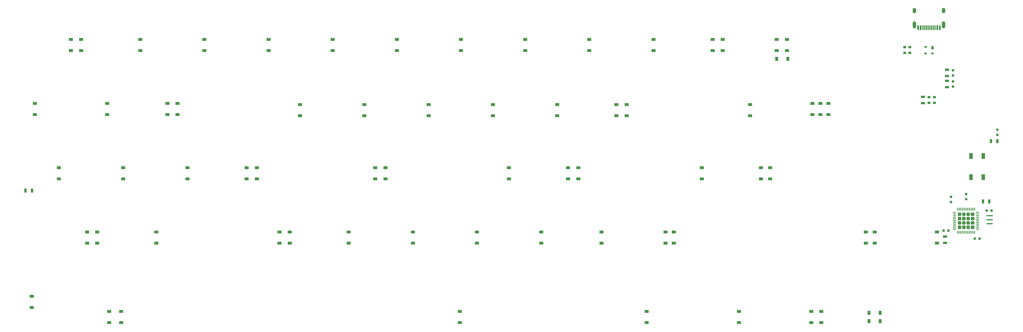
<source format=gbr>
%TF.GenerationSoftware,KiCad,Pcbnew,(5.1.11)-1*%
%TF.CreationDate,2022-11-09T22:12:29+07:00*%
%TF.ProjectId,Leopold Replacement,4c656f70-6f6c-4642-9052-65706c616365,rev?*%
%TF.SameCoordinates,Original*%
%TF.FileFunction,Paste,Bot*%
%TF.FilePolarity,Positive*%
%FSLAX46Y46*%
G04 Gerber Fmt 4.6, Leading zero omitted, Abs format (unit mm)*
G04 Created by KiCad (PCBNEW (5.1.11)-1) date 2022-11-09 22:12:29*
%MOMM*%
%LPD*%
G01*
G04 APERTURE LIST*
%ADD10R,0.600000X1.450000*%
%ADD11R,0.300000X1.450000*%
%ADD12O,1.000000X2.100000*%
%ADD13O,1.000000X1.600000*%
%ADD14R,0.950000X0.800000*%
%ADD15R,1.300000X0.700000*%
%ADD16R,1.200000X0.900000*%
%ADD17R,0.900000X1.200000*%
%ADD18R,0.700000X1.300000*%
%ADD19R,0.750000X0.800000*%
%ADD20R,1.900000X0.400000*%
%ADD21R,0.700000X0.600000*%
%ADD22R,0.700000X1.000000*%
%ADD23R,1.100000X1.800000*%
%ADD24R,0.800000X0.750000*%
G04 APERTURE END LIST*
D10*
%TO.C,USB1*%
X294975000Y-5395000D03*
X288525000Y-5395000D03*
X294200000Y-5395000D03*
X289300000Y-5395000D03*
D11*
X290000000Y-5395000D03*
X293500000Y-5395000D03*
X290500000Y-5395000D03*
X293000000Y-5395000D03*
X291000000Y-5395000D03*
X292500000Y-5395000D03*
X292000000Y-5395000D03*
X291500000Y-5395000D03*
D12*
X287430000Y-4480000D03*
X296070000Y-4480000D03*
D13*
X287430000Y-300000D03*
X296070000Y-300000D03*
%TD*%
D14*
%TO.C,R11*%
X286060000Y-12780000D03*
X286060000Y-11130000D03*
%TD*%
%TO.C,R10*%
X284560000Y-11130000D03*
X284560000Y-12780000D03*
%TD*%
%TO.C,R4*%
X291704840Y-25964220D03*
X291704840Y-27614220D03*
%TD*%
%TO.C,R3*%
X293304840Y-25964220D03*
X293304840Y-27614220D03*
%TD*%
D15*
%TO.C,R9*%
X289918892Y-27739220D03*
X289918892Y-25839220D03*
%TD*%
D16*
%TO.C,D46*%
X238720932Y-28115800D03*
X238720932Y-31415800D03*
%TD*%
%TO.C,D42*%
X202120932Y-28115800D03*
X202120932Y-31415800D03*
%TD*%
%TO.C,D38*%
X199120932Y-28115800D03*
X199120932Y-31415800D03*
%TD*%
%TO.C,D34*%
X181570932Y-28115800D03*
X181570932Y-31415800D03*
%TD*%
%TO.C,D30*%
X162520932Y-28115800D03*
X162520932Y-31415800D03*
%TD*%
%TO.C,D26*%
X143470932Y-28115800D03*
X143470932Y-31415800D03*
%TD*%
%TO.C,D22*%
X124420932Y-28115800D03*
X124420932Y-31415800D03*
%TD*%
%TO.C,D18*%
X105370932Y-28115800D03*
X105370932Y-31415800D03*
%TD*%
%TO.C,D14*%
X69056656Y-27818142D03*
X69056656Y-31118142D03*
%TD*%
%TO.C,D10*%
X66080076Y-27818142D03*
X66080076Y-31118142D03*
%TD*%
%TO.C,D6*%
X48220596Y-27818142D03*
X48220596Y-31118142D03*
%TD*%
%TO.C,D2*%
X26789220Y-27818142D03*
X26789220Y-31118142D03*
%TD*%
%TO.C,D50*%
X257176512Y-27818142D03*
X257176512Y-31118142D03*
%TD*%
%TO.C,D51*%
X244674876Y-46868254D03*
X244674876Y-50168254D03*
%TD*%
D17*
%TO.C,D61*%
X249896772Y-14585242D03*
X246596772Y-14585242D03*
%TD*%
D16*
%TO.C,D62*%
X261939040Y-27818142D03*
X261939040Y-31118142D03*
%TD*%
D18*
%TO.C,R7*%
X312002610Y-38993198D03*
X310102610Y-38993198D03*
%TD*%
D15*
%TO.C,R2*%
X297062684Y-22976692D03*
X297062684Y-21076692D03*
%TD*%
%TO.C,R1*%
X297062684Y-19702454D03*
X297062684Y-17802454D03*
%TD*%
D19*
%TO.C,C8*%
X311945584Y-35564276D03*
X311945584Y-37064276D03*
%TD*%
%TO.C,C3*%
X298848632Y-21276692D03*
X298848632Y-22776692D03*
%TD*%
%TO.C,C2*%
X298848632Y-18002454D03*
X298848632Y-19502454D03*
%TD*%
%TO.C,C6*%
X302718186Y-54614388D03*
X302718186Y-56114388D03*
%TD*%
D16*
%TO.C,D3*%
X33934244Y-46868254D03*
X33934244Y-50168254D03*
%TD*%
%TO.C,D7*%
X52984244Y-46868254D03*
X52984244Y-50168254D03*
%TD*%
%TO.C,D43*%
X224434244Y-46868254D03*
X224434244Y-50168254D03*
%TD*%
%TO.C,D31*%
X167284244Y-46868254D03*
X167284244Y-50168254D03*
%TD*%
%TO.C,D27*%
X130684244Y-46868254D03*
X130684244Y-50168254D03*
%TD*%
%TO.C,D11*%
X72034244Y-46868254D03*
X72034244Y-50168254D03*
%TD*%
%TO.C,D23*%
X127684244Y-46868254D03*
X127684244Y-50168254D03*
%TD*%
%TO.C,D35*%
X184834244Y-46868254D03*
X184834244Y-50168254D03*
%TD*%
%TO.C,D15*%
X89584244Y-46868254D03*
X89584244Y-50168254D03*
%TD*%
%TO.C,D39*%
X187834244Y-46868254D03*
X187834244Y-50168254D03*
%TD*%
%TO.C,D47*%
X241995954Y-46868254D03*
X241995954Y-50168254D03*
%TD*%
%TO.C,D19*%
X92584244Y-46868254D03*
X92584244Y-50168254D03*
%TD*%
D20*
%TO.C,Y1*%
X309718186Y-61057760D03*
X309718186Y-62257760D03*
X309718186Y-63457760D03*
%TD*%
D16*
%TO.C,D44*%
X213717367Y-65885000D03*
X213717367Y-69185000D03*
%TD*%
%TO.C,D40*%
X194707367Y-65885000D03*
X194707367Y-69185000D03*
%TD*%
D21*
%TO.C,U1*%
X290750000Y-12950000D03*
X292750000Y-12950000D03*
X290750000Y-11050000D03*
D22*
X292750000Y-11250000D03*
%TD*%
D16*
%TO.C,D70*%
X152698554Y-89433348D03*
X152698554Y-92733348D03*
%TD*%
%TO.C,D69*%
X256878854Y-89433348D03*
X256878854Y-92733348D03*
%TD*%
%TO.C,D68*%
X235447478Y-89433348D03*
X235447478Y-92733348D03*
%TD*%
%TO.C,D67*%
X208062942Y-89433348D03*
X208062942Y-92733348D03*
%TD*%
D17*
%TO.C,D66*%
X277281308Y-92273980D03*
X273981308Y-92273980D03*
%TD*%
%TO.C,D65*%
X277281308Y-89892716D03*
X273981308Y-89892716D03*
%TD*%
D16*
%TO.C,D64*%
X259855434Y-89433348D03*
X259855434Y-92733348D03*
%TD*%
%TO.C,D63*%
X52387808Y-89433348D03*
X52387808Y-92733348D03*
%TD*%
%TO.C,D60*%
X48815912Y-89433348D03*
X48815912Y-92733348D03*
%TD*%
%TO.C,D59*%
X25844500Y-84968478D03*
X25844500Y-88268478D03*
%TD*%
D23*
%TO.C,SW1*%
X304150000Y-49600000D03*
X307850000Y-43400000D03*
X307850000Y-49600000D03*
X304150000Y-43400000D03*
%TD*%
D16*
%TO.C,D24*%
X119812500Y-65885000D03*
X119812500Y-69185000D03*
%TD*%
%TO.C,D20*%
X99302500Y-65885000D03*
X99302500Y-69185000D03*
%TD*%
%TO.C,D28*%
X138822500Y-65885000D03*
X138822500Y-69185000D03*
%TD*%
%TO.C,D12*%
X62782500Y-65885000D03*
X62782500Y-69185000D03*
%TD*%
%TO.C,D16*%
X102302500Y-65885000D03*
X102302500Y-69185000D03*
%TD*%
%TO.C,D4*%
X45272500Y-65885000D03*
X45272500Y-69185000D03*
%TD*%
%TO.C,D8*%
X42272500Y-65885000D03*
X42272500Y-69185000D03*
%TD*%
%TO.C,D36*%
X176842500Y-65885000D03*
X176842500Y-69185000D03*
%TD*%
%TO.C,D32*%
X157832500Y-65885000D03*
X157832500Y-69185000D03*
%TD*%
%TO.C,D58*%
X273018750Y-69185000D03*
X273018750Y-65885000D03*
%TD*%
%TO.C,D52*%
X275629919Y-65885000D03*
X275629919Y-69185000D03*
%TD*%
%TO.C,D48*%
X216098619Y-65885000D03*
X216098619Y-69185000D03*
%TD*%
%TO.C,D56*%
X294084622Y-69185000D03*
X294084622Y-65885000D03*
%TD*%
%TO.C,D54*%
X259557776Y-27818142D03*
X259557776Y-31118142D03*
%TD*%
D18*
%TO.C,R8*%
X24053272Y-53578440D03*
X25953272Y-53578440D03*
%TD*%
%TO.C,U2*%
G36*
G01*
X300155686Y-58682760D02*
X300280686Y-58682760D01*
G75*
G02*
X300343186Y-58745260I0J-62500D01*
G01*
X300343186Y-59495260D01*
G75*
G02*
X300280686Y-59557760I-62500J0D01*
G01*
X300155686Y-59557760D01*
G75*
G02*
X300093186Y-59495260I0J62500D01*
G01*
X300093186Y-58745260D01*
G75*
G02*
X300155686Y-58682760I62500J0D01*
G01*
G37*
G36*
G01*
X300655686Y-58682760D02*
X300780686Y-58682760D01*
G75*
G02*
X300843186Y-58745260I0J-62500D01*
G01*
X300843186Y-59495260D01*
G75*
G02*
X300780686Y-59557760I-62500J0D01*
G01*
X300655686Y-59557760D01*
G75*
G02*
X300593186Y-59495260I0J62500D01*
G01*
X300593186Y-58745260D01*
G75*
G02*
X300655686Y-58682760I62500J0D01*
G01*
G37*
G36*
G01*
X301155686Y-58682760D02*
X301280686Y-58682760D01*
G75*
G02*
X301343186Y-58745260I0J-62500D01*
G01*
X301343186Y-59495260D01*
G75*
G02*
X301280686Y-59557760I-62500J0D01*
G01*
X301155686Y-59557760D01*
G75*
G02*
X301093186Y-59495260I0J62500D01*
G01*
X301093186Y-58745260D01*
G75*
G02*
X301155686Y-58682760I62500J0D01*
G01*
G37*
G36*
G01*
X301655686Y-58682760D02*
X301780686Y-58682760D01*
G75*
G02*
X301843186Y-58745260I0J-62500D01*
G01*
X301843186Y-59495260D01*
G75*
G02*
X301780686Y-59557760I-62500J0D01*
G01*
X301655686Y-59557760D01*
G75*
G02*
X301593186Y-59495260I0J62500D01*
G01*
X301593186Y-58745260D01*
G75*
G02*
X301655686Y-58682760I62500J0D01*
G01*
G37*
G36*
G01*
X302155686Y-58682760D02*
X302280686Y-58682760D01*
G75*
G02*
X302343186Y-58745260I0J-62500D01*
G01*
X302343186Y-59495260D01*
G75*
G02*
X302280686Y-59557760I-62500J0D01*
G01*
X302155686Y-59557760D01*
G75*
G02*
X302093186Y-59495260I0J62500D01*
G01*
X302093186Y-58745260D01*
G75*
G02*
X302155686Y-58682760I62500J0D01*
G01*
G37*
G36*
G01*
X302655686Y-58682760D02*
X302780686Y-58682760D01*
G75*
G02*
X302843186Y-58745260I0J-62500D01*
G01*
X302843186Y-59495260D01*
G75*
G02*
X302780686Y-59557760I-62500J0D01*
G01*
X302655686Y-59557760D01*
G75*
G02*
X302593186Y-59495260I0J62500D01*
G01*
X302593186Y-58745260D01*
G75*
G02*
X302655686Y-58682760I62500J0D01*
G01*
G37*
G36*
G01*
X303155686Y-58682760D02*
X303280686Y-58682760D01*
G75*
G02*
X303343186Y-58745260I0J-62500D01*
G01*
X303343186Y-59495260D01*
G75*
G02*
X303280686Y-59557760I-62500J0D01*
G01*
X303155686Y-59557760D01*
G75*
G02*
X303093186Y-59495260I0J62500D01*
G01*
X303093186Y-58745260D01*
G75*
G02*
X303155686Y-58682760I62500J0D01*
G01*
G37*
G36*
G01*
X303655686Y-58682760D02*
X303780686Y-58682760D01*
G75*
G02*
X303843186Y-58745260I0J-62500D01*
G01*
X303843186Y-59495260D01*
G75*
G02*
X303780686Y-59557760I-62500J0D01*
G01*
X303655686Y-59557760D01*
G75*
G02*
X303593186Y-59495260I0J62500D01*
G01*
X303593186Y-58745260D01*
G75*
G02*
X303655686Y-58682760I62500J0D01*
G01*
G37*
G36*
G01*
X304155686Y-58682760D02*
X304280686Y-58682760D01*
G75*
G02*
X304343186Y-58745260I0J-62500D01*
G01*
X304343186Y-59495260D01*
G75*
G02*
X304280686Y-59557760I-62500J0D01*
G01*
X304155686Y-59557760D01*
G75*
G02*
X304093186Y-59495260I0J62500D01*
G01*
X304093186Y-58745260D01*
G75*
G02*
X304155686Y-58682760I62500J0D01*
G01*
G37*
G36*
G01*
X304655686Y-58682760D02*
X304780686Y-58682760D01*
G75*
G02*
X304843186Y-58745260I0J-62500D01*
G01*
X304843186Y-59495260D01*
G75*
G02*
X304780686Y-59557760I-62500J0D01*
G01*
X304655686Y-59557760D01*
G75*
G02*
X304593186Y-59495260I0J62500D01*
G01*
X304593186Y-58745260D01*
G75*
G02*
X304655686Y-58682760I62500J0D01*
G01*
G37*
G36*
G01*
X305155686Y-58682760D02*
X305280686Y-58682760D01*
G75*
G02*
X305343186Y-58745260I0J-62500D01*
G01*
X305343186Y-59495260D01*
G75*
G02*
X305280686Y-59557760I-62500J0D01*
G01*
X305155686Y-59557760D01*
G75*
G02*
X305093186Y-59495260I0J62500D01*
G01*
X305093186Y-58745260D01*
G75*
G02*
X305155686Y-58682760I62500J0D01*
G01*
G37*
G36*
G01*
X305780686Y-59932760D02*
X306530686Y-59932760D01*
G75*
G02*
X306593186Y-59995260I0J-62500D01*
G01*
X306593186Y-60120260D01*
G75*
G02*
X306530686Y-60182760I-62500J0D01*
G01*
X305780686Y-60182760D01*
G75*
G02*
X305718186Y-60120260I0J62500D01*
G01*
X305718186Y-59995260D01*
G75*
G02*
X305780686Y-59932760I62500J0D01*
G01*
G37*
G36*
G01*
X305780686Y-60432760D02*
X306530686Y-60432760D01*
G75*
G02*
X306593186Y-60495260I0J-62500D01*
G01*
X306593186Y-60620260D01*
G75*
G02*
X306530686Y-60682760I-62500J0D01*
G01*
X305780686Y-60682760D01*
G75*
G02*
X305718186Y-60620260I0J62500D01*
G01*
X305718186Y-60495260D01*
G75*
G02*
X305780686Y-60432760I62500J0D01*
G01*
G37*
G36*
G01*
X305780686Y-60932760D02*
X306530686Y-60932760D01*
G75*
G02*
X306593186Y-60995260I0J-62500D01*
G01*
X306593186Y-61120260D01*
G75*
G02*
X306530686Y-61182760I-62500J0D01*
G01*
X305780686Y-61182760D01*
G75*
G02*
X305718186Y-61120260I0J62500D01*
G01*
X305718186Y-60995260D01*
G75*
G02*
X305780686Y-60932760I62500J0D01*
G01*
G37*
G36*
G01*
X305780686Y-61432760D02*
X306530686Y-61432760D01*
G75*
G02*
X306593186Y-61495260I0J-62500D01*
G01*
X306593186Y-61620260D01*
G75*
G02*
X306530686Y-61682760I-62500J0D01*
G01*
X305780686Y-61682760D01*
G75*
G02*
X305718186Y-61620260I0J62500D01*
G01*
X305718186Y-61495260D01*
G75*
G02*
X305780686Y-61432760I62500J0D01*
G01*
G37*
G36*
G01*
X305780686Y-61932760D02*
X306530686Y-61932760D01*
G75*
G02*
X306593186Y-61995260I0J-62500D01*
G01*
X306593186Y-62120260D01*
G75*
G02*
X306530686Y-62182760I-62500J0D01*
G01*
X305780686Y-62182760D01*
G75*
G02*
X305718186Y-62120260I0J62500D01*
G01*
X305718186Y-61995260D01*
G75*
G02*
X305780686Y-61932760I62500J0D01*
G01*
G37*
G36*
G01*
X305780686Y-62432760D02*
X306530686Y-62432760D01*
G75*
G02*
X306593186Y-62495260I0J-62500D01*
G01*
X306593186Y-62620260D01*
G75*
G02*
X306530686Y-62682760I-62500J0D01*
G01*
X305780686Y-62682760D01*
G75*
G02*
X305718186Y-62620260I0J62500D01*
G01*
X305718186Y-62495260D01*
G75*
G02*
X305780686Y-62432760I62500J0D01*
G01*
G37*
G36*
G01*
X305780686Y-62932760D02*
X306530686Y-62932760D01*
G75*
G02*
X306593186Y-62995260I0J-62500D01*
G01*
X306593186Y-63120260D01*
G75*
G02*
X306530686Y-63182760I-62500J0D01*
G01*
X305780686Y-63182760D01*
G75*
G02*
X305718186Y-63120260I0J62500D01*
G01*
X305718186Y-62995260D01*
G75*
G02*
X305780686Y-62932760I62500J0D01*
G01*
G37*
G36*
G01*
X305780686Y-63432760D02*
X306530686Y-63432760D01*
G75*
G02*
X306593186Y-63495260I0J-62500D01*
G01*
X306593186Y-63620260D01*
G75*
G02*
X306530686Y-63682760I-62500J0D01*
G01*
X305780686Y-63682760D01*
G75*
G02*
X305718186Y-63620260I0J62500D01*
G01*
X305718186Y-63495260D01*
G75*
G02*
X305780686Y-63432760I62500J0D01*
G01*
G37*
G36*
G01*
X305780686Y-63932760D02*
X306530686Y-63932760D01*
G75*
G02*
X306593186Y-63995260I0J-62500D01*
G01*
X306593186Y-64120260D01*
G75*
G02*
X306530686Y-64182760I-62500J0D01*
G01*
X305780686Y-64182760D01*
G75*
G02*
X305718186Y-64120260I0J62500D01*
G01*
X305718186Y-63995260D01*
G75*
G02*
X305780686Y-63932760I62500J0D01*
G01*
G37*
G36*
G01*
X305780686Y-64432760D02*
X306530686Y-64432760D01*
G75*
G02*
X306593186Y-64495260I0J-62500D01*
G01*
X306593186Y-64620260D01*
G75*
G02*
X306530686Y-64682760I-62500J0D01*
G01*
X305780686Y-64682760D01*
G75*
G02*
X305718186Y-64620260I0J62500D01*
G01*
X305718186Y-64495260D01*
G75*
G02*
X305780686Y-64432760I62500J0D01*
G01*
G37*
G36*
G01*
X305780686Y-64932760D02*
X306530686Y-64932760D01*
G75*
G02*
X306593186Y-64995260I0J-62500D01*
G01*
X306593186Y-65120260D01*
G75*
G02*
X306530686Y-65182760I-62500J0D01*
G01*
X305780686Y-65182760D01*
G75*
G02*
X305718186Y-65120260I0J62500D01*
G01*
X305718186Y-64995260D01*
G75*
G02*
X305780686Y-64932760I62500J0D01*
G01*
G37*
G36*
G01*
X305155686Y-65557760D02*
X305280686Y-65557760D01*
G75*
G02*
X305343186Y-65620260I0J-62500D01*
G01*
X305343186Y-66370260D01*
G75*
G02*
X305280686Y-66432760I-62500J0D01*
G01*
X305155686Y-66432760D01*
G75*
G02*
X305093186Y-66370260I0J62500D01*
G01*
X305093186Y-65620260D01*
G75*
G02*
X305155686Y-65557760I62500J0D01*
G01*
G37*
G36*
G01*
X304655686Y-65557760D02*
X304780686Y-65557760D01*
G75*
G02*
X304843186Y-65620260I0J-62500D01*
G01*
X304843186Y-66370260D01*
G75*
G02*
X304780686Y-66432760I-62500J0D01*
G01*
X304655686Y-66432760D01*
G75*
G02*
X304593186Y-66370260I0J62500D01*
G01*
X304593186Y-65620260D01*
G75*
G02*
X304655686Y-65557760I62500J0D01*
G01*
G37*
G36*
G01*
X304155686Y-65557760D02*
X304280686Y-65557760D01*
G75*
G02*
X304343186Y-65620260I0J-62500D01*
G01*
X304343186Y-66370260D01*
G75*
G02*
X304280686Y-66432760I-62500J0D01*
G01*
X304155686Y-66432760D01*
G75*
G02*
X304093186Y-66370260I0J62500D01*
G01*
X304093186Y-65620260D01*
G75*
G02*
X304155686Y-65557760I62500J0D01*
G01*
G37*
G36*
G01*
X303655686Y-65557760D02*
X303780686Y-65557760D01*
G75*
G02*
X303843186Y-65620260I0J-62500D01*
G01*
X303843186Y-66370260D01*
G75*
G02*
X303780686Y-66432760I-62500J0D01*
G01*
X303655686Y-66432760D01*
G75*
G02*
X303593186Y-66370260I0J62500D01*
G01*
X303593186Y-65620260D01*
G75*
G02*
X303655686Y-65557760I62500J0D01*
G01*
G37*
G36*
G01*
X303155686Y-65557760D02*
X303280686Y-65557760D01*
G75*
G02*
X303343186Y-65620260I0J-62500D01*
G01*
X303343186Y-66370260D01*
G75*
G02*
X303280686Y-66432760I-62500J0D01*
G01*
X303155686Y-66432760D01*
G75*
G02*
X303093186Y-66370260I0J62500D01*
G01*
X303093186Y-65620260D01*
G75*
G02*
X303155686Y-65557760I62500J0D01*
G01*
G37*
G36*
G01*
X302655686Y-65557760D02*
X302780686Y-65557760D01*
G75*
G02*
X302843186Y-65620260I0J-62500D01*
G01*
X302843186Y-66370260D01*
G75*
G02*
X302780686Y-66432760I-62500J0D01*
G01*
X302655686Y-66432760D01*
G75*
G02*
X302593186Y-66370260I0J62500D01*
G01*
X302593186Y-65620260D01*
G75*
G02*
X302655686Y-65557760I62500J0D01*
G01*
G37*
G36*
G01*
X302155686Y-65557760D02*
X302280686Y-65557760D01*
G75*
G02*
X302343186Y-65620260I0J-62500D01*
G01*
X302343186Y-66370260D01*
G75*
G02*
X302280686Y-66432760I-62500J0D01*
G01*
X302155686Y-66432760D01*
G75*
G02*
X302093186Y-66370260I0J62500D01*
G01*
X302093186Y-65620260D01*
G75*
G02*
X302155686Y-65557760I62500J0D01*
G01*
G37*
G36*
G01*
X301655686Y-65557760D02*
X301780686Y-65557760D01*
G75*
G02*
X301843186Y-65620260I0J-62500D01*
G01*
X301843186Y-66370260D01*
G75*
G02*
X301780686Y-66432760I-62500J0D01*
G01*
X301655686Y-66432760D01*
G75*
G02*
X301593186Y-66370260I0J62500D01*
G01*
X301593186Y-65620260D01*
G75*
G02*
X301655686Y-65557760I62500J0D01*
G01*
G37*
G36*
G01*
X301155686Y-65557760D02*
X301280686Y-65557760D01*
G75*
G02*
X301343186Y-65620260I0J-62500D01*
G01*
X301343186Y-66370260D01*
G75*
G02*
X301280686Y-66432760I-62500J0D01*
G01*
X301155686Y-66432760D01*
G75*
G02*
X301093186Y-66370260I0J62500D01*
G01*
X301093186Y-65620260D01*
G75*
G02*
X301155686Y-65557760I62500J0D01*
G01*
G37*
G36*
G01*
X300655686Y-65557760D02*
X300780686Y-65557760D01*
G75*
G02*
X300843186Y-65620260I0J-62500D01*
G01*
X300843186Y-66370260D01*
G75*
G02*
X300780686Y-66432760I-62500J0D01*
G01*
X300655686Y-66432760D01*
G75*
G02*
X300593186Y-66370260I0J62500D01*
G01*
X300593186Y-65620260D01*
G75*
G02*
X300655686Y-65557760I62500J0D01*
G01*
G37*
G36*
G01*
X300155686Y-65557760D02*
X300280686Y-65557760D01*
G75*
G02*
X300343186Y-65620260I0J-62500D01*
G01*
X300343186Y-66370260D01*
G75*
G02*
X300280686Y-66432760I-62500J0D01*
G01*
X300155686Y-66432760D01*
G75*
G02*
X300093186Y-66370260I0J62500D01*
G01*
X300093186Y-65620260D01*
G75*
G02*
X300155686Y-65557760I62500J0D01*
G01*
G37*
G36*
G01*
X298905686Y-64932760D02*
X299655686Y-64932760D01*
G75*
G02*
X299718186Y-64995260I0J-62500D01*
G01*
X299718186Y-65120260D01*
G75*
G02*
X299655686Y-65182760I-62500J0D01*
G01*
X298905686Y-65182760D01*
G75*
G02*
X298843186Y-65120260I0J62500D01*
G01*
X298843186Y-64995260D01*
G75*
G02*
X298905686Y-64932760I62500J0D01*
G01*
G37*
G36*
G01*
X298905686Y-64432760D02*
X299655686Y-64432760D01*
G75*
G02*
X299718186Y-64495260I0J-62500D01*
G01*
X299718186Y-64620260D01*
G75*
G02*
X299655686Y-64682760I-62500J0D01*
G01*
X298905686Y-64682760D01*
G75*
G02*
X298843186Y-64620260I0J62500D01*
G01*
X298843186Y-64495260D01*
G75*
G02*
X298905686Y-64432760I62500J0D01*
G01*
G37*
G36*
G01*
X298905686Y-63932760D02*
X299655686Y-63932760D01*
G75*
G02*
X299718186Y-63995260I0J-62500D01*
G01*
X299718186Y-64120260D01*
G75*
G02*
X299655686Y-64182760I-62500J0D01*
G01*
X298905686Y-64182760D01*
G75*
G02*
X298843186Y-64120260I0J62500D01*
G01*
X298843186Y-63995260D01*
G75*
G02*
X298905686Y-63932760I62500J0D01*
G01*
G37*
G36*
G01*
X298905686Y-63432760D02*
X299655686Y-63432760D01*
G75*
G02*
X299718186Y-63495260I0J-62500D01*
G01*
X299718186Y-63620260D01*
G75*
G02*
X299655686Y-63682760I-62500J0D01*
G01*
X298905686Y-63682760D01*
G75*
G02*
X298843186Y-63620260I0J62500D01*
G01*
X298843186Y-63495260D01*
G75*
G02*
X298905686Y-63432760I62500J0D01*
G01*
G37*
G36*
G01*
X298905686Y-62932760D02*
X299655686Y-62932760D01*
G75*
G02*
X299718186Y-62995260I0J-62500D01*
G01*
X299718186Y-63120260D01*
G75*
G02*
X299655686Y-63182760I-62500J0D01*
G01*
X298905686Y-63182760D01*
G75*
G02*
X298843186Y-63120260I0J62500D01*
G01*
X298843186Y-62995260D01*
G75*
G02*
X298905686Y-62932760I62500J0D01*
G01*
G37*
G36*
G01*
X298905686Y-62432760D02*
X299655686Y-62432760D01*
G75*
G02*
X299718186Y-62495260I0J-62500D01*
G01*
X299718186Y-62620260D01*
G75*
G02*
X299655686Y-62682760I-62500J0D01*
G01*
X298905686Y-62682760D01*
G75*
G02*
X298843186Y-62620260I0J62500D01*
G01*
X298843186Y-62495260D01*
G75*
G02*
X298905686Y-62432760I62500J0D01*
G01*
G37*
G36*
G01*
X298905686Y-61932760D02*
X299655686Y-61932760D01*
G75*
G02*
X299718186Y-61995260I0J-62500D01*
G01*
X299718186Y-62120260D01*
G75*
G02*
X299655686Y-62182760I-62500J0D01*
G01*
X298905686Y-62182760D01*
G75*
G02*
X298843186Y-62120260I0J62500D01*
G01*
X298843186Y-61995260D01*
G75*
G02*
X298905686Y-61932760I62500J0D01*
G01*
G37*
G36*
G01*
X298905686Y-61432760D02*
X299655686Y-61432760D01*
G75*
G02*
X299718186Y-61495260I0J-62500D01*
G01*
X299718186Y-61620260D01*
G75*
G02*
X299655686Y-61682760I-62500J0D01*
G01*
X298905686Y-61682760D01*
G75*
G02*
X298843186Y-61620260I0J62500D01*
G01*
X298843186Y-61495260D01*
G75*
G02*
X298905686Y-61432760I62500J0D01*
G01*
G37*
G36*
G01*
X298905686Y-60932760D02*
X299655686Y-60932760D01*
G75*
G02*
X299718186Y-60995260I0J-62500D01*
G01*
X299718186Y-61120260D01*
G75*
G02*
X299655686Y-61182760I-62500J0D01*
G01*
X298905686Y-61182760D01*
G75*
G02*
X298843186Y-61120260I0J62500D01*
G01*
X298843186Y-60995260D01*
G75*
G02*
X298905686Y-60932760I62500J0D01*
G01*
G37*
G36*
G01*
X298905686Y-60432760D02*
X299655686Y-60432760D01*
G75*
G02*
X299718186Y-60495260I0J-62500D01*
G01*
X299718186Y-60620260D01*
G75*
G02*
X299655686Y-60682760I-62500J0D01*
G01*
X298905686Y-60682760D01*
G75*
G02*
X298843186Y-60620260I0J62500D01*
G01*
X298843186Y-60495260D01*
G75*
G02*
X298905686Y-60432760I62500J0D01*
G01*
G37*
G36*
G01*
X298905686Y-59932760D02*
X299655686Y-59932760D01*
G75*
G02*
X299718186Y-59995260I0J-62500D01*
G01*
X299718186Y-60120260D01*
G75*
G02*
X299655686Y-60182760I-62500J0D01*
G01*
X298905686Y-60182760D01*
G75*
G02*
X298843186Y-60120260I0J62500D01*
G01*
X298843186Y-59995260D01*
G75*
G02*
X298905686Y-59932760I62500J0D01*
G01*
G37*
G36*
G01*
X300513186Y-60102760D02*
X301053186Y-60102760D01*
G75*
G02*
X301303186Y-60352760I0J-250000D01*
G01*
X301303186Y-60892760D01*
G75*
G02*
X301053186Y-61142760I-250000J0D01*
G01*
X300513186Y-61142760D01*
G75*
G02*
X300263186Y-60892760I0J250000D01*
G01*
X300263186Y-60352760D01*
G75*
G02*
X300513186Y-60102760I250000J0D01*
G01*
G37*
G36*
G01*
X301803186Y-60102760D02*
X302343186Y-60102760D01*
G75*
G02*
X302593186Y-60352760I0J-250000D01*
G01*
X302593186Y-60892760D01*
G75*
G02*
X302343186Y-61142760I-250000J0D01*
G01*
X301803186Y-61142760D01*
G75*
G02*
X301553186Y-60892760I0J250000D01*
G01*
X301553186Y-60352760D01*
G75*
G02*
X301803186Y-60102760I250000J0D01*
G01*
G37*
G36*
G01*
X303093186Y-60102760D02*
X303633186Y-60102760D01*
G75*
G02*
X303883186Y-60352760I0J-250000D01*
G01*
X303883186Y-60892760D01*
G75*
G02*
X303633186Y-61142760I-250000J0D01*
G01*
X303093186Y-61142760D01*
G75*
G02*
X302843186Y-60892760I0J250000D01*
G01*
X302843186Y-60352760D01*
G75*
G02*
X303093186Y-60102760I250000J0D01*
G01*
G37*
G36*
G01*
X304383186Y-60102760D02*
X304923186Y-60102760D01*
G75*
G02*
X305173186Y-60352760I0J-250000D01*
G01*
X305173186Y-60892760D01*
G75*
G02*
X304923186Y-61142760I-250000J0D01*
G01*
X304383186Y-61142760D01*
G75*
G02*
X304133186Y-60892760I0J250000D01*
G01*
X304133186Y-60352760D01*
G75*
G02*
X304383186Y-60102760I250000J0D01*
G01*
G37*
G36*
G01*
X300513186Y-61392760D02*
X301053186Y-61392760D01*
G75*
G02*
X301303186Y-61642760I0J-250000D01*
G01*
X301303186Y-62182760D01*
G75*
G02*
X301053186Y-62432760I-250000J0D01*
G01*
X300513186Y-62432760D01*
G75*
G02*
X300263186Y-62182760I0J250000D01*
G01*
X300263186Y-61642760D01*
G75*
G02*
X300513186Y-61392760I250000J0D01*
G01*
G37*
G36*
G01*
X301803186Y-61392760D02*
X302343186Y-61392760D01*
G75*
G02*
X302593186Y-61642760I0J-250000D01*
G01*
X302593186Y-62182760D01*
G75*
G02*
X302343186Y-62432760I-250000J0D01*
G01*
X301803186Y-62432760D01*
G75*
G02*
X301553186Y-62182760I0J250000D01*
G01*
X301553186Y-61642760D01*
G75*
G02*
X301803186Y-61392760I250000J0D01*
G01*
G37*
G36*
G01*
X303093186Y-61392760D02*
X303633186Y-61392760D01*
G75*
G02*
X303883186Y-61642760I0J-250000D01*
G01*
X303883186Y-62182760D01*
G75*
G02*
X303633186Y-62432760I-250000J0D01*
G01*
X303093186Y-62432760D01*
G75*
G02*
X302843186Y-62182760I0J250000D01*
G01*
X302843186Y-61642760D01*
G75*
G02*
X303093186Y-61392760I250000J0D01*
G01*
G37*
G36*
G01*
X304383186Y-61392760D02*
X304923186Y-61392760D01*
G75*
G02*
X305173186Y-61642760I0J-250000D01*
G01*
X305173186Y-62182760D01*
G75*
G02*
X304923186Y-62432760I-250000J0D01*
G01*
X304383186Y-62432760D01*
G75*
G02*
X304133186Y-62182760I0J250000D01*
G01*
X304133186Y-61642760D01*
G75*
G02*
X304383186Y-61392760I250000J0D01*
G01*
G37*
G36*
G01*
X300513186Y-62682760D02*
X301053186Y-62682760D01*
G75*
G02*
X301303186Y-62932760I0J-250000D01*
G01*
X301303186Y-63472760D01*
G75*
G02*
X301053186Y-63722760I-250000J0D01*
G01*
X300513186Y-63722760D01*
G75*
G02*
X300263186Y-63472760I0J250000D01*
G01*
X300263186Y-62932760D01*
G75*
G02*
X300513186Y-62682760I250000J0D01*
G01*
G37*
G36*
G01*
X301803186Y-62682760D02*
X302343186Y-62682760D01*
G75*
G02*
X302593186Y-62932760I0J-250000D01*
G01*
X302593186Y-63472760D01*
G75*
G02*
X302343186Y-63722760I-250000J0D01*
G01*
X301803186Y-63722760D01*
G75*
G02*
X301553186Y-63472760I0J250000D01*
G01*
X301553186Y-62932760D01*
G75*
G02*
X301803186Y-62682760I250000J0D01*
G01*
G37*
G36*
G01*
X303093186Y-62682760D02*
X303633186Y-62682760D01*
G75*
G02*
X303883186Y-62932760I0J-250000D01*
G01*
X303883186Y-63472760D01*
G75*
G02*
X303633186Y-63722760I-250000J0D01*
G01*
X303093186Y-63722760D01*
G75*
G02*
X302843186Y-63472760I0J250000D01*
G01*
X302843186Y-62932760D01*
G75*
G02*
X303093186Y-62682760I250000J0D01*
G01*
G37*
G36*
G01*
X304383186Y-62682760D02*
X304923186Y-62682760D01*
G75*
G02*
X305173186Y-62932760I0J-250000D01*
G01*
X305173186Y-63472760D01*
G75*
G02*
X304923186Y-63722760I-250000J0D01*
G01*
X304383186Y-63722760D01*
G75*
G02*
X304133186Y-63472760I0J250000D01*
G01*
X304133186Y-62932760D01*
G75*
G02*
X304383186Y-62682760I250000J0D01*
G01*
G37*
G36*
G01*
X300513186Y-63972760D02*
X301053186Y-63972760D01*
G75*
G02*
X301303186Y-64222760I0J-250000D01*
G01*
X301303186Y-64762760D01*
G75*
G02*
X301053186Y-65012760I-250000J0D01*
G01*
X300513186Y-65012760D01*
G75*
G02*
X300263186Y-64762760I0J250000D01*
G01*
X300263186Y-64222760D01*
G75*
G02*
X300513186Y-63972760I250000J0D01*
G01*
G37*
G36*
G01*
X301803186Y-63972760D02*
X302343186Y-63972760D01*
G75*
G02*
X302593186Y-64222760I0J-250000D01*
G01*
X302593186Y-64762760D01*
G75*
G02*
X302343186Y-65012760I-250000J0D01*
G01*
X301803186Y-65012760D01*
G75*
G02*
X301553186Y-64762760I0J250000D01*
G01*
X301553186Y-64222760D01*
G75*
G02*
X301803186Y-63972760I250000J0D01*
G01*
G37*
G36*
G01*
X303093186Y-63972760D02*
X303633186Y-63972760D01*
G75*
G02*
X303883186Y-64222760I0J-250000D01*
G01*
X303883186Y-64762760D01*
G75*
G02*
X303633186Y-65012760I-250000J0D01*
G01*
X303093186Y-65012760D01*
G75*
G02*
X302843186Y-64762760I0J250000D01*
G01*
X302843186Y-64222760D01*
G75*
G02*
X303093186Y-63972760I250000J0D01*
G01*
G37*
G36*
G01*
X304383186Y-63972760D02*
X304923186Y-63972760D01*
G75*
G02*
X305173186Y-64222760I0J-250000D01*
G01*
X305173186Y-64762760D01*
G75*
G02*
X304923186Y-65012760I-250000J0D01*
G01*
X304383186Y-65012760D01*
G75*
G02*
X304133186Y-64762760I0J250000D01*
G01*
X304133186Y-64222760D01*
G75*
G02*
X304383186Y-63972760I250000J0D01*
G01*
G37*
%TD*%
D15*
%TO.C,R6*%
X296467368Y-67213682D03*
X296467368Y-69113682D03*
%TD*%
D18*
%TO.C,R5*%
X309621346Y-56852678D03*
X307721346Y-56852678D03*
%TD*%
D16*
%TO.C,D57*%
X246630000Y-8855000D03*
X246630000Y-12155000D03*
%TD*%
%TO.C,D53*%
X249630000Y-8855000D03*
X249630000Y-12155000D03*
%TD*%
%TO.C,D49*%
X230620000Y-8855000D03*
X230620000Y-12155000D03*
%TD*%
%TO.C,D45*%
X227620000Y-8855000D03*
X227620000Y-12155000D03*
%TD*%
%TO.C,D41*%
X210110000Y-8855000D03*
X210110000Y-12155000D03*
%TD*%
%TO.C,D37*%
X191100000Y-8855000D03*
X191100000Y-12155000D03*
%TD*%
%TO.C,D33*%
X172090000Y-8855000D03*
X172090000Y-12155000D03*
%TD*%
%TO.C,D29*%
X153080000Y-8855000D03*
X153080000Y-12155000D03*
%TD*%
%TO.C,D25*%
X134070000Y-8855000D03*
X134070000Y-12155000D03*
%TD*%
%TO.C,D21*%
X115060000Y-8855000D03*
X115060000Y-12155000D03*
%TD*%
%TO.C,D17*%
X96050000Y-8855000D03*
X96050000Y-12155000D03*
%TD*%
%TO.C,D13*%
X77040000Y-8855000D03*
X77040000Y-12155000D03*
%TD*%
%TO.C,D9*%
X58030000Y-8855000D03*
X58030000Y-12155000D03*
%TD*%
%TO.C,D5*%
X37520000Y-8855000D03*
X37520000Y-12155000D03*
%TD*%
%TO.C,D1*%
X40520000Y-8855000D03*
X40520000Y-12155000D03*
%TD*%
D24*
%TO.C,C7*%
X305242424Y-67866024D03*
X306742424Y-67866024D03*
%TD*%
%TO.C,C5*%
X297515026Y-65484760D03*
X296015026Y-65484760D03*
%TD*%
%TO.C,C4*%
X308814320Y-59531600D03*
X310314320Y-59531600D03*
%TD*%
D19*
%TO.C,C1*%
X298253316Y-57007362D03*
X298253316Y-55507362D03*
%TD*%
M02*

</source>
